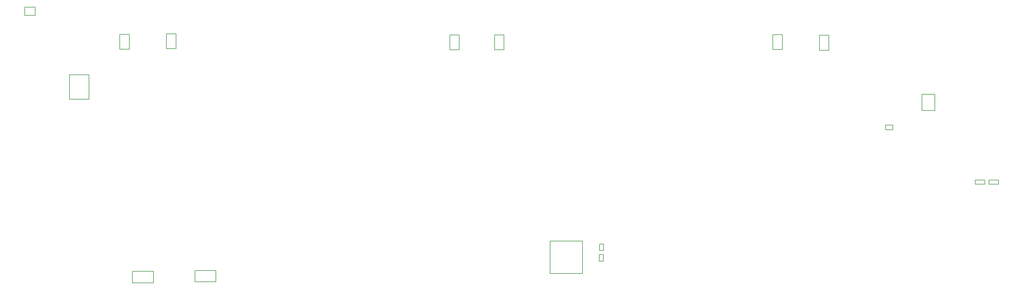
<source format=gbr>
%TF.GenerationSoftware,Altium Limited,Altium Designer,26.1.1 (7)*%
G04 Layer_Color=32896*
%FSLAX43Y43*%
%MOMM*%
%TF.SameCoordinates,F910D8A4-5627-44EB-A571-6FFAAA827985*%
%TF.FilePolarity,Positive*%
%TF.FileFunction,Other,Bottom_3D_Body*%
%TF.Part,Single*%
G01*
G75*
%TA.AperFunction,NonConductor*%
%ADD96C,0.200*%
D96*
X29475Y65550D02*
Y73150D01*
Y65550D02*
X35425D01*
Y73150D01*
X29475D02*
X35425D01*
X48808Y9047D02*
X55313D01*
X48808D02*
Y12552D01*
X55313D01*
Y9047D02*
Y12552D01*
X68098Y9330D02*
X74603D01*
X68098D02*
Y12835D01*
X74603D01*
Y9330D02*
Y12835D01*
X177601Y21881D02*
X187601D01*
X177601Y11881D02*
Y21881D01*
Y11881D02*
X187601D01*
Y21881D01*
X194039Y15742D02*
Y17742D01*
X192789D02*
X194039D01*
X192789Y15742D02*
Y17742D01*
Y15742D02*
X194039D01*
X192822Y18975D02*
Y20975D01*
Y18975D02*
X194072D01*
Y20975D01*
X192822D02*
X194072D01*
X315824Y39375D02*
Y40675D01*
X312924D02*
X315824D01*
X312924Y39375D02*
Y40675D01*
Y39375D02*
X315824D01*
X308699Y39425D02*
X311599D01*
X308699D02*
Y40725D01*
X311599D01*
Y39425D02*
Y40725D01*
X15625Y91425D02*
X18825D01*
Y93925D01*
X15625D02*
X18825D01*
X15625Y91425D02*
Y93925D01*
X44946Y80961D02*
X47866D01*
X44946D02*
Y85561D01*
X47866D01*
Y80961D02*
Y85561D01*
X62276Y81145D02*
Y85745D01*
X59356D02*
X62276D01*
X59356Y81145D02*
Y85745D01*
Y81145D02*
X62276D01*
X249190Y80904D02*
Y85504D01*
X246270D02*
X249190D01*
X246270Y80904D02*
Y85504D01*
Y80904D02*
X249190D01*
X263567Y80665D02*
Y85265D01*
X260647D02*
X263567D01*
X260647Y80665D02*
Y85265D01*
Y80665D02*
X263567D01*
X281103Y57647D02*
X283303D01*
X281103Y56197D02*
Y57647D01*
Y56197D02*
X283303D01*
Y57647D01*
X292246Y62117D02*
X296246D01*
Y67117D01*
X292246D02*
X296246D01*
X292246Y62117D02*
Y67117D01*
X163413Y80781D02*
Y85381D01*
X160493D02*
X163413D01*
X160493Y80781D02*
Y85381D01*
Y80781D02*
X163413D01*
X149603D02*
Y85381D01*
X146683D02*
X149603D01*
X146683Y80781D02*
Y85381D01*
Y80781D02*
X149603D01*
%TF.MD5,3f49fba594fcadaa02ac21a9d77281e1*%
M02*

</source>
